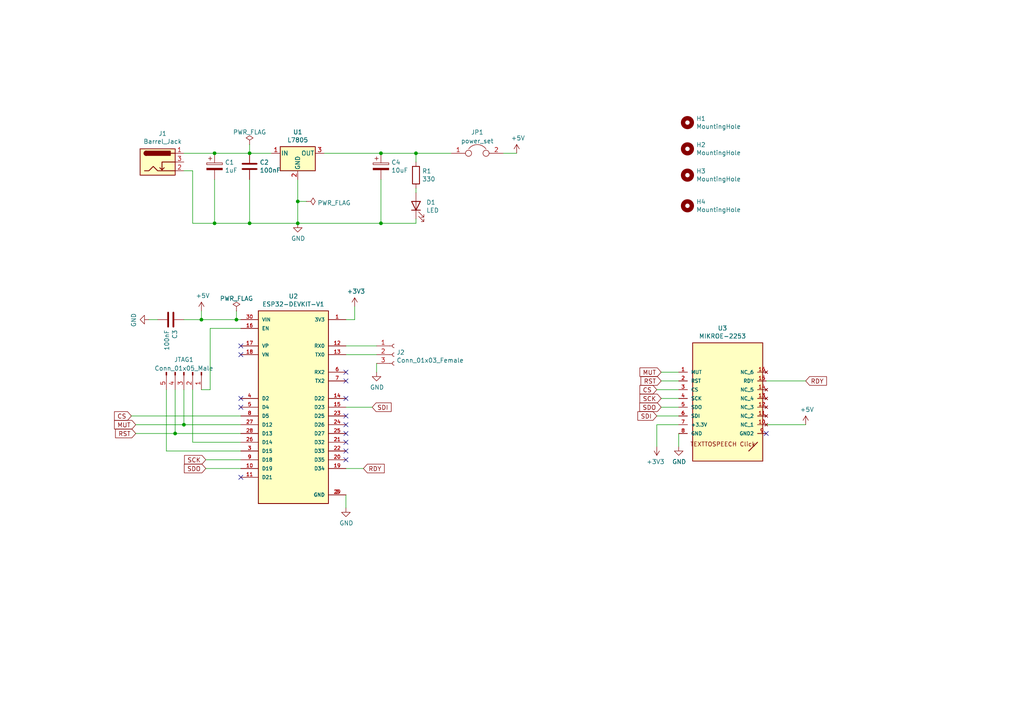
<source format=kicad_sch>
(kicad_sch (version 20211123) (generator eeschema)
  (paper "A4")
  (title_block (title "${project_name}") (date "2022-10-13") (rev "1"))
  (lib_symbols
    (symbol "Connector:Barrel_Jack_Switch" (pin_names hide)
      (property "Reference" "J" (at 0 5.334 0))
      (property "Value" "Barrel_Jack_Switch" (at 0 -5.08 0))
      (symbol "Barrel_Jack_Switch_0_1"
        (rectangle (start -5.08 3.81) (end 5.08 -3.81) (stroke (width 0.254)) (fill (type background)))
        (arc (start -3.302 3.175) (mid -3.937 2.54) (end -3.302 1.905) (stroke (width 0.254)))
        (arc (start -3.302 3.175) (mid -3.937 2.54) (end -3.302 1.905) (stroke (width 0.254)) (fill (type outline)))
        (polyline (pts (xy 1.27 -2.286) (xy 1.905 -1.651)) (stroke (width 0.254)))
        (polyline (pts (xy 5.08 2.54) (xy 3.81 2.54)) (stroke (width 0.254)))
        (polyline (pts (xy 5.08 0) (xy 1.27 0) (xy 1.27 -2.286) (xy 0.635 -1.651)) (stroke (width 0.254)))
        (polyline (pts (xy -3.81 -2.54) (xy -2.54 -2.54) (xy -1.27 -1.27) (xy 0 -2.54) (xy 2.54 -2.54) (xy 5.08 -2.54)) (stroke (width 0.254)))
        (rectangle (start 3.683 3.175) (end -3.302 1.905) (stroke (width 0.254)) (fill (type outline)))
      )
      (symbol "Barrel_Jack_Switch_1_1"
        (pin passive line (at 7.62 2.54 180) (length 2.54) (name "~") (number "1"))
        (pin passive line (at 7.62 -2.54 180) (length 2.54) (name "~") (number "2"))
        (pin passive line (at 7.62 0 180) (length 2.54) (name "~") (number "3"))
      )
    )
    (symbol "Connector:Conn_01x03_Female" (pin_names (offset 1.016) hide)
      (property "Reference" "J" (at 0 5.08 0))
      (property "Value" "Conn_01x03_Female" (at 0 -5.08 0))
      (symbol "Conn_01x03_Female_1_1"
        (arc (start 0 -2.032) (mid -0.508 -2.54) (end 0 -3.048) (stroke (width 0.1524)))
        (polyline (pts (xy -1.27 -2.54) (xy -0.508 -2.54)) (stroke (width 0.1524)))
        (polyline (pts (xy -1.27 0) (xy -0.508 0)) (stroke (width 0.1524)))
        (polyline (pts (xy -1.27 2.54) (xy -0.508 2.54)) (stroke (width 0.1524)))
        (arc (start 0 0.508) (mid -0.508 0) (end 0 -0.508) (stroke (width 0.1524)))
        (arc (start 0 3.048) (mid -0.508 2.54) (end 0 2.032) (stroke (width 0.1524)))
        (pin passive line (at -5.08 2.54 0) (length 3.81) (name "Pin_1") (number "1"))
        (pin passive line (at -5.08 0 0) (length 3.81) (name "Pin_2") (number "2"))
        (pin passive line (at -5.08 -2.54 0) (length 3.81) (name "Pin_3") (number "3"))
      )
    )
    (symbol "Connector:Conn_01x05_Male" (pin_names (offset 1.016) hide)
      (property "Reference" "J" (at 0 7.62 0))
      (property "Value" "Conn_01x05_Male" (at 0 -7.62 0))
      (symbol "Conn_01x05_Male_1_1"
        (polyline (pts (xy 1.27 -5.08) (xy 0.8636 -5.08)) (stroke (width 0.1524)))
        (polyline (pts (xy 1.27 -2.54) (xy 0.8636 -2.54)) (stroke (width 0.1524)))
        (polyline (pts (xy 1.27 0) (xy 0.8636 0)) (stroke (width 0.1524)))
        (polyline (pts (xy 1.27 2.54) (xy 0.8636 2.54)) (stroke (width 0.1524)))
        (polyline (pts (xy 1.27 5.08) (xy 0.8636 5.08)) (stroke (width 0.1524)))
        (rectangle (start 0.8636 -4.953) (end 0 -5.207) (stroke (width 0.1524)) (fill (type outline)))
        (rectangle (start 0.8636 -2.413) (end 0 -2.667) (stroke (width 0.1524)) (fill (type outline)))
        (rectangle (start 0.8636 0.127) (end 0 -0.127) (stroke (width 0.1524)) (fill (type outline)))
        (rectangle (start 0.8636 2.667) (end 0 2.413) (stroke (width 0.1524)) (fill (type outline)))
        (rectangle (start 0.8636 5.207) (end 0 4.953) (stroke (width 0.1524)) (fill (type outline)))
        (pin passive line (at 5.08 5.08 180) (length 3.81) (name "Pin_1") (number "1"))
        (pin passive line (at 5.08 2.54 180) (length 3.81) (name "Pin_2") (number "2"))
        (pin passive line (at 5.08 0 180) (length 3.81) (name "Pin_3") (number "3"))
        (pin passive line (at 5.08 -2.54 180) (length 3.81) (name "Pin_4") (number "4"))
        (pin passive line (at 5.08 -5.08 180) (length 3.81) (name "Pin_5") (number "5"))
      )
    )
    (symbol "Device:C" (pin_numbers hide) (pin_names (offset 0.254))
      (property "Reference" "C" (at 0.635 2.54 0))
      (property "Value" "C" (at 0.635 -2.54 0))
      (symbol "C_0_1"
        (polyline (pts (xy -2.032 -0.762) (xy 2.032 -0.762)) (stroke (width 0.508)))
        (polyline (pts (xy -2.032 0.762) (xy 2.032 0.762)) (stroke (width 0.508)))
      )
      (symbol "C_1_1"
        (pin passive line (at 0 3.81 270) (length 2.794) (name "~") (number "1"))
        (pin passive line (at 0 -3.81 90) (length 2.794) (name "~") (number "2"))
      )
    )
    (symbol "Device:LED" (pin_numbers hide) (pin_names (offset 1.016) hide)
      (property "Reference" "D" (at 0 2.54 0))
      (property "Value" "LED" (at 0 -2.54 0))
      (symbol "LED_0_1"
        (polyline (pts (xy -1.27 -1.27) (xy -1.27 1.27)) (stroke (width 0.254)))
        (polyline (pts (xy -1.27 0) (xy 1.27 0)))
        (polyline (pts (xy 1.27 -1.27) (xy 1.27 1.27) (xy -1.27 0) (xy 1.27 -1.27)) (stroke (width 0.254)))
        (polyline (pts (xy -3.048 -0.762) (xy -4.572 -2.286) (xy -3.81 -2.286) (xy -4.572 -2.286) (xy -4.572 -1.524)))
        (polyline (pts (xy -1.778 -0.762) (xy -3.302 -2.286) (xy -2.54 -2.286) (xy -3.302 -2.286) (xy -3.302 -1.524)))
      )
      (symbol "LED_1_1"
        (pin passive line (at -3.81 0 0) (length 2.54) (name "K") (number "1"))
        (pin passive line (at 3.81 0 180) (length 2.54) (name "A") (number "2"))
      )
    )
    (symbol "Device:R" (pin_numbers hide) (pin_names (offset 0))
      (property "Reference" "R" (at 2.032 0 90))
      (property "Value" "R" (at 0 0 90))
      (symbol "R_0_1"
        (rectangle (start -1.016 -2.54) (end 1.016 2.54) (stroke (width 0.254)))
      )
      (symbol "R_1_1"
        (pin passive line (at 0 3.81 270) (length 1.27) (name "~") (number "1"))
        (pin passive line (at 0 -3.81 90) (length 1.27) (name "~") (number "2"))
      )
    )
    (symbol "Mechanical:MountingHole" (pin_names (offset 1.016))
      (property "Reference" "H" (at 0 5.08 0))
      (property "Value" "MountingHole" (at 0 3.175 0))
      (symbol "MountingHole_0_1"
        (circle (center 0 0) (radius 1.27) (stroke (width 1.27)))
      )
    )
    (symbol "Regulator_Linear:L7805" (pin_names (offset 0.254))
      (property "Reference" "U" (at -3.81 3.175 0))
      (property "Value" "L7805" (at 0 3.175 0))
      (symbol "L7805_0_1"
        (rectangle (start -5.08 1.905) (end 5.08 -5.08) (stroke (width 0.254)) (fill (type background)))
      )
      (symbol "L7805_1_1"
        (pin power_in line (at -7.62 0 0) (length 2.54) (name "IN") (number "1"))
        (pin power_in line (at 0 -7.62 90) (length 2.54) (name "GND") (number "2"))
        (pin power_out line (at 7.62 0 180) (length 2.54) (name "OUT") (number "3"))
      )
    )
    (symbol "dectalk-rescue:+3.3V-power" (power) (pin_names (offset 0))
      (property "Value" "+3.3V-power" (at 0 3.556 0))
      (symbol "+3.3V-power_0_1"
        (polyline (pts (xy -0.762 1.27) (xy 0 2.54)))
        (polyline (pts (xy 0 0) (xy 0 2.54)))
        (polyline (pts (xy 0 2.54) (xy 0.762 1.27)))
      )
      (symbol "+3.3V-power_1_1"
        (pin power_in line (at 0 0 90) (length 0) hide (name "+3V3") (number "1"))
      )
    )
    (symbol "dectalk-rescue:CP-Device" (pin_numbers hide) (pin_names (offset 0.254))
      (property "Reference" "C" (at 0.635 2.54 0))
      (property "Value" "CP-Device" (at 0.635 -2.54 0))
      (symbol "CP-Device_0_1"
        (rectangle (start -2.286 0.508) (end 2.286 1.016))
        (polyline (pts (xy -1.778 2.286) (xy -0.762 2.286)))
        (polyline (pts (xy -1.27 2.794) (xy -1.27 1.778)))
        (rectangle (start 2.286 -0.508) (end -2.286 -1.016) (fill (type outline)))
      )
      (symbol "CP-Device_1_1"
        (pin passive line (at 0 3.81 270) (length 2.794) (name "~") (number "1"))
        (pin passive line (at 0 -3.81 90) (length 2.794) (name "~") (number "2"))
      )
    )
    (symbol "dectalk-rescue:ESP32-DEVKIT-V1-ESP32-DEVKIT-V1" (pin_names (offset 1.016))
      (property "Reference" "U" (at -10.16 30.48 0))
      (property "Value" "ESP32-DEVKIT-V1-ESP32-DEVKIT-V1" (at -10.16 -30.48 0))
      (symbol "ESP32-DEVKIT-V1-ESP32-DEVKIT-V1_0_0"
        (rectangle (start -10.16 -27.94) (end 10.16 27.94) (stroke (width 0.254)) (fill (type background)))
        (pin output line (at 15.24 25.4 180) (length 5.08) (name "3V3") (number "1"))
        (pin bidirectional line (at -15.24 -17.78 0) (length 5.08) (name "D19") (number "10"))
        (pin bidirectional line (at -15.24 -20.32 0) (length 5.08) (name "D21") (number "11"))
        (pin input line (at 15.24 17.78 180) (length 5.08) (name "RX0") (number "12"))
        (pin output line (at 15.24 15.24 180) (length 5.08) (name "TX0") (number "13"))
        (pin bidirectional line (at 15.24 2.54 180) (length 5.08) (name "D22") (number "14"))
        (pin bidirectional line (at 15.24 0 180) (length 5.08) (name "D23") (number "15"))
        (pin input line (at -15.24 22.86 0) (length 5.08) (name "EN") (number "16"))
        (pin bidirectional line (at -15.24 17.78 0) (length 5.08) (name "VP") (number "17"))
        (pin bidirectional line (at -15.24 15.24 0) (length 5.08) (name "VN") (number "18"))
        (pin bidirectional line (at 15.24 -17.78 180) (length 5.08) (name "D34") (number "19"))
        (pin power_in line (at 15.24 -25.4 180) (length 5.08) (name "GND") (number "2"))
        (pin bidirectional line (at 15.24 -15.24 180) (length 5.08) (name "D35") (number "20"))
        (pin bidirectional line (at 15.24 -10.16 180) (length 5.08) (name "D32") (number "21"))
        (pin bidirectional line (at 15.24 -12.7 180) (length 5.08) (name "D33") (number "22"))
        (pin bidirectional line (at 15.24 -2.54 180) (length 5.08) (name "D25") (number "23"))
        (pin bidirectional line (at 15.24 -5.08 180) (length 5.08) (name "D26") (number "24"))
        (pin bidirectional line (at 15.24 -7.62 180) (length 5.08) (name "D27") (number "25"))
        (pin bidirectional line (at -15.24 -10.16 0) (length 5.08) (name "D14") (number "26"))
        (pin bidirectional line (at -15.24 -5.08 0) (length 5.08) (name "D12") (number "27"))
        (pin bidirectional line (at -15.24 -7.62 0) (length 5.08) (name "D13") (number "28"))
        (pin power_in line (at 15.24 -25.4 180) (length 5.08) (name "GND") (number "29"))
        (pin bidirectional line (at -15.24 -12.7 0) (length 5.08) (name "D15") (number "3"))
        (pin input line (at -15.24 25.4 0) (length 5.08) (name "VIN") (number "30"))
        (pin bidirectional line (at -15.24 2.54 0) (length 5.08) (name "D2") (number "4"))
        (pin bidirectional line (at -15.24 0 0) (length 5.08) (name "D4") (number "5"))
        (pin input line (at 15.24 10.16 180) (length 5.08) (name "RX2") (number "6"))
        (pin output line (at 15.24 7.62 180) (length 5.08) (name "TX2") (number "7"))
        (pin bidirectional line (at -15.24 -2.54 0) (length 5.08) (name "D5") (number "8"))
        (pin bidirectional line (at -15.24 -15.24 0) (length 5.08) (name "D18") (number "9"))
      )
    )
    (symbol "dectalk-rescue:Jumper-Device" (pin_names (offset 0.762) hide)
      (property "Reference" "JP" (at 0 3.81 0))
      (property "Value" "Jumper-Device" (at 0 -2.032 0))
      (symbol "Jumper-Device_0_1"
        (circle (center -2.54 0) (radius 0.889))
        (arc (start 2.5146 1.27) (mid 0.0078 2.5097) (end -2.4892 1.27))
        (circle (center 2.54 0) (radius 0.889))
        (pin passive line (at -7.62 0 0) (length 4.191) (name "1") (number "1"))
        (pin passive line (at 7.62 0 180) (length 4.191) (name "2") (number "2"))
      )
    )
    (symbol "dectalk-rescue:MIKROE-2253-MIKROE-2253" (pin_names (offset 1.016))
      (property "Reference" "U" (at -10.16 22.86 0))
      (property "Value" "MIKROE-2253-MIKROE-2253" (at 2.54 22.86 0))
      (symbol "MIKROE-2253-MIKROE-2253_0_0"
        (rectangle (start -8.636 -15.621) (end 11.684 18.669) (stroke (width 0.254)) (fill (type background)))
        (polyline (pts (xy 7.62 -12.7) (xy 10.16 -10.16)) (stroke (width 0.254)))
        (text "TEXTTOSPEECH Click" (at -9.398 -11.43 0) (effects (font (size 1.2192 1.2192)) (justify left bottom)))
        (pin input line (at -12.7 10.16 0) (length 2.54) (name "MUT") (number "1"))
        (pin no_connect line (at 12.7 -5.08 180) (length 2.54) (name "NC_1") (number "10"))
        (pin no_connect line (at 12.7 -2.54 180) (length 2.54) (name "NC_2") (number "11"))
        (pin no_connect line (at 12.7 0 180) (length 2.54) (name "NC_3") (number "12"))
        (pin no_connect line (at 12.7 2.54 180) (length 2.54) (name "NC_4") (number "13"))
        (pin no_connect line (at 12.7 5.08 180) (length 2.54) (name "NC_5") (number "14"))
        (pin output line (at 12.7 7.62 180) (length 2.54) (name "RDY") (number "15"))
        (pin no_connect line (at 12.7 10.16 180) (length 2.54) (name "NC_6") (number "16"))
        (pin bidirectional line (at -12.7 7.62 0) (length 2.54) (name "RST") (number "2"))
        (pin bidirectional line (at -12.7 5.08 0) (length 2.54) (name "CS") (number "3"))
        (pin input line (at -12.7 2.54 0) (length 2.54) (name "SCK") (number "4"))
        (pin output line (at -12.7 0 0) (length 2.54) (name "SDO") (number "5"))
        (pin input line (at -12.7 -2.54 0) (length 2.54) (name "SDI") (number "6"))
        (pin power_in line (at -12.7 -5.08 0) (length 2.54) (name "+3.3V") (number "7"))
        (pin power_in line (at -12.7 -7.62 0) (length 2.54) (name "GND") (number "8"))
        (pin power_in line (at 12.7 -7.62 180) (length 2.54) (name "GND2") (number "9"))
      )
    )
    (symbol "power:+5V" (power) (pin_names (offset 0))
      (property "Value" "+5V" (at 0 3.556 0))
      (symbol "+5V_0_1"
        (polyline (pts (xy -0.762 1.27) (xy 0 2.54)))
        (polyline (pts (xy 0 0) (xy 0 2.54)))
        (polyline (pts (xy 0 2.54) (xy 0.762 1.27)))
      )
      (symbol "+5V_1_1"
        (pin power_in line (at 0 0 90) (length 0) hide (name "+5V") (number "1"))
      )
    )
    (symbol "power:GND" (power) (pin_names (offset 0))
      (property "Value" "GND" (at 0 -3.81 0))
      (symbol "GND_0_1"
        (polyline (pts (xy 0 0) (xy 0 -1.27) (xy 1.27 -1.27) (xy 0 -2.54) (xy -1.27 -1.27) (xy 0 -1.27)))
      )
      (symbol "GND_1_1"
        (pin power_in line (at 0 0 270) (length 0) hide (name "GND") (number "1"))
      )
    )
    (symbol "power:PWR_FLAG" (power) (pin_numbers hide) (pin_names (offset 0) hide)
      (property "Value" "PWR_FLAG" (at 0 3.81 0))
      (symbol "PWR_FLAG_0_0"
        (pin power_out line (at 0 0 90) (length 0) (name "pwr") (number "1"))
      )
      (symbol "PWR_FLAG_0_1"
        (polyline (pts (xy 0 0) (xy 0 1.27) (xy -1.016 1.905) (xy 0 2.54) (xy 1.016 1.905) (xy 0 1.27)))
      )
    )
  )
  (junction (at 72.39 64.77))
  (junction (at 62.23 44.45))
  (junction (at 110.49 44.45))
  (junction (at 58.42 92.71))
  (junction (at 86.36 64.77))
  (junction (at 72.39 44.45))
  (junction (at 120.65 44.45))
  (junction (at 86.36 58.42))
  (junction (at 68.58 92.71))
  (junction (at 53.34 123.19))
  (junction (at 50.8 125.73))
  (junction (at 62.23 64.77))
  (junction (at 110.49 64.77))
  (no_connect (at 100.33 115.57))
  (no_connect (at 69.85 100.33))
  (no_connect (at 69.85 138.43))
  (no_connect (at 100.33 130.81))
  (no_connect (at 69.85 118.11))
  (no_connect (at 69.85 115.57))
  (no_connect (at 69.85 102.87))
  (no_connect (at 100.33 107.95))
  (no_connect (at 100.33 123.19))
  (no_connect (at 100.33 128.27))
  (no_connect (at 100.33 133.35))
  (no_connect (at 100.33 110.49))
  (no_connect (at 100.33 125.73))
  (no_connect (at 222.25 125.73))
  (no_connect (at 100.33 120.65))
  (wire (pts (xy 196.85 125.73) (xy 196.85 129.54)))
  (wire (pts (xy 62.23 64.77) (xy 55.88 64.77)))
  (wire (pts (xy 100.33 118.11) (xy 107.95 118.11)))
  (wire (pts (xy 190.5 123.19) (xy 196.85 123.19)))
  (wire (pts (xy 120.65 44.45) (xy 130.81 44.45)))
  (wire (pts (xy 100.33 100.33) (xy 109.22 100.33)))
  (wire (pts (xy 190.5 123.19) (xy 190.5 129.54)))
  (wire (pts (xy 53.34 49.53) (xy 55.88 49.53)))
  (wire (pts (xy 39.37 123.19) (xy 53.34 123.19)))
  (wire (pts (xy 110.49 52.07) (xy 110.49 64.77)))
  (wire (pts (xy 72.39 41.91) (xy 72.39 44.45)))
  (wire (pts (xy 120.65 63.5) (xy 120.65 64.77)))
  (wire (pts (xy 72.39 52.07) (xy 72.39 64.77)))
  (wire (pts (xy 48.26 130.81) (xy 69.85 130.81)))
  (wire (pts (xy 53.34 113.03) (xy 53.34 123.19)))
  (wire (pts (xy 72.39 44.45) (xy 78.74 44.45)))
  (wire (pts (xy 55.88 128.27) (xy 69.85 128.27)))
  (wire (pts (xy 53.34 44.45) (xy 62.23 44.45)))
  (wire (pts (xy 59.69 135.89) (xy 69.85 135.89)))
  (wire (pts (xy 50.8 125.73) (xy 69.85 125.73)))
  (wire (pts (xy 190.5 120.65) (xy 196.85 120.65)))
  (wire (pts (xy 60.96 113.03) (xy 58.42 113.03)))
  (wire (pts (xy 100.33 92.71) (xy 102.87 92.71)))
  (wire (pts (xy 100.33 143.51) (xy 100.33 147.32)))
  (wire (pts (xy 55.88 64.77) (xy 55.88 49.53)))
  (wire (pts (xy 110.49 44.45) (xy 120.65 44.45)))
  (wire (pts (xy 86.36 64.77) (xy 72.39 64.77)))
  (wire (pts (xy 58.42 90.17) (xy 58.42 92.71)))
  (wire (pts (xy 196.85 118.11) (xy 191.77 118.11)))
  (wire (pts (xy 191.77 115.57) (xy 196.85 115.57)))
  (wire (pts (xy 53.34 92.71) (xy 58.42 92.71)))
  (wire (pts (xy 100.33 102.87) (xy 109.22 102.87)))
  (wire (pts (xy 86.36 58.42) (xy 86.36 64.77)))
  (wire (pts (xy 86.36 64.77) (xy 110.49 64.77)))
  (wire (pts (xy 190.5 113.03) (xy 196.85 113.03)))
  (wire (pts (xy 62.23 44.45) (xy 72.39 44.45)))
  (wire (pts (xy 50.8 113.03) (xy 50.8 125.73)))
  (wire (pts (xy 191.77 110.49) (xy 196.85 110.49)))
  (wire (pts (xy 146.05 44.45) (xy 149.86 44.45)))
  (wire (pts (xy 60.96 95.25) (xy 60.96 113.03)))
  (wire (pts (xy 38.1 120.65) (xy 69.85 120.65)))
  (wire (pts (xy 86.36 52.07) (xy 86.36 58.42)))
  (wire (pts (xy 120.65 44.45) (xy 120.65 46.99)))
  (wire (pts (xy 55.88 113.03) (xy 55.88 128.27)))
  (wire (pts (xy 72.39 64.77) (xy 62.23 64.77)))
  (wire (pts (xy 102.87 88.9) (xy 102.87 92.71)))
  (wire (pts (xy 120.65 64.77) (xy 110.49 64.77)))
  (wire (pts (xy 69.85 92.71) (xy 68.58 92.71)))
  (wire (pts (xy 48.26 113.03) (xy 48.26 130.81)))
  (wire (pts (xy 62.23 52.07) (xy 62.23 64.77)))
  (wire (pts (xy 45.72 92.71) (xy 43.18 92.71)))
  (wire (pts (xy 68.58 90.17) (xy 68.58 92.71)))
  (wire (pts (xy 58.42 92.71) (xy 68.58 92.71)))
  (wire (pts (xy 120.65 54.61) (xy 120.65 55.88)))
  (wire (pts (xy 69.85 95.25) (xy 60.96 95.25)))
  (wire (pts (xy 191.77 107.95) (xy 196.85 107.95)))
  (wire (pts (xy 39.37 125.73) (xy 50.8 125.73)))
  (wire (pts (xy 100.33 135.89) (xy 105.41 135.89)))
  (wire (pts (xy 59.69 133.35) (xy 69.85 133.35)))
  (wire (pts (xy 222.25 110.49) (xy 233.68 110.49)))
  (wire (pts (xy 222.25 123.19) (xy 233.68 123.19)))
  (wire (pts (xy 109.22 105.41) (xy 109.22 107.95)))
  (wire (pts (xy 93.98 44.45) (xy 110.49 44.45)))
  (wire (pts (xy 86.36 58.42) (xy 88.9 58.42)))
  (wire (pts (xy 53.34 123.19) (xy 69.85 123.19)))
  (global_label "SDO" (shape input) (at 191.77 118.11 180) (property "Intersheet References" "${INTERSHEET_REFS}" (effects hide)))
  (global_label "RST" (shape input) (at 39.37 125.73 180) (property "Intersheet References" "${INTERSHEET_REFS}" (effects hide)))
  (global_label "CS" (shape input) (at 190.5 113.03 180) (property "Intersheet References" "${INTERSHEET_REFS}" (effects hide)))
  (global_label "SDO" (shape input) (at 59.69 135.89 180) (property "Intersheet References" "${INTERSHEET_REFS}" (effects hide)))
  (global_label "RST" (shape input) (at 191.77 110.49 180) (property "Intersheet References" "${INTERSHEET_REFS}" (effects hide)))
  (global_label "MUT" (shape input) (at 39.37 123.19 180) (property "Intersheet References" "${INTERSHEET_REFS}" (effects hide)))
  (global_label "SCK" (shape input) (at 59.69 133.35 180) (property "Intersheet References" "${INTERSHEET_REFS}" (effects hide)))
  (global_label "SDI" (shape input) (at 107.95 118.11 0) (property "Intersheet References" "${INTERSHEET_REFS}" (effects hide)))
  (global_label "MUT" (shape input) (at 191.77 107.95 180) (property "Intersheet References" "${INTERSHEET_REFS}" (effects hide)))
  (global_label "CS" (shape input) (at 38.1 120.65 180) (property "Intersheet References" "${INTERSHEET_REFS}" (effects hide)))
  (global_label "RDY" (shape input) (at 233.68 110.49 0) (property "Intersheet References" "${INTERSHEET_REFS}" (effects hide)))
  (global_label "SDI" (shape input) (at 190.5 120.65 180) (property "Intersheet References" "${INTERSHEET_REFS}" (effects hide)))
  (global_label "RDY" (shape input) (at 105.41 135.89 0) (property "Intersheet References" "${INTERSHEET_REFS}" (effects hide)))
  (global_label "SCK" (shape input) (at 191.77 115.57 180) (property "Intersheet References" "${INTERSHEET_REFS}" (effects hide)))
  (symbol (lib_id "dectalk-rescue:ESP32-DEVKIT-V1-ESP32-DEVKIT-V1") (at 85.09 118.11 0) (unit 1)
    (property "Reference" "U2" (at 85.09 85.9282 0))
    (property "Value" "ESP32-DEVKIT-V1" (at 85.09 88.2396 0))
    (property "Footprint" "Library:MODULE_ESP32_DEVKIT_V1" (effects hide))
    (property "PARTREV" "N/A" (effects hide))
    (property "MAXIMUM_PACKAGE_HEIGHT" "6.8 mm" (effects hide))
    (property "STANDARD" "Manufacturer Recommendations" (effects hide))
    (property "MANUFACTURER" "DOIT" (effects hide))
  )
  (symbol (lib_id "dectalk-rescue:MIKROE-2253-MIKROE-2253") (at 209.55 118.11 0) (unit 1)
    (property "Reference" "U3" (at 209.55 95.1992 0))
    (property "Value" "MIKROE-2253" (at 209.55 97.5106 0))
    (property "Footprint" "Library:MIKROE-2253" (effects hide))
  )
  (symbol (lib_id "Mechanical:MountingHole") (at 199.39 35.56 0) (unit 1)
    (property "Reference" "H1" (at 201.93 34.3916 0) (effects (justify left)))
    (property "Value" "MountingHole" (at 201.93 36.703 0) (effects (justify left)))
    (property "Footprint" "MountingHole:MountingHole_3mm" (effects hide))
  )
  (symbol (lib_id "Mechanical:MountingHole") (at 199.39 43.18 0) (unit 1)
    (property "Reference" "H2" (at 201.93 42.0116 0) (effects (justify left)))
    (property "Value" "MountingHole" (at 201.93 44.323 0) (effects (justify left)))
    (property "Footprint" "MountingHole:MountingHole_3mm" (effects hide))
  )
  (symbol (lib_id "Mechanical:MountingHole") (at 199.39 50.8 0) (unit 1)
    (property "Reference" "H3" (at 201.93 49.6316 0) (effects (justify left)))
    (property "Value" "MountingHole" (at 201.93 51.943 0) (effects (justify left)))
    (property "Footprint" "MountingHole:MountingHole_3mm" (effects hide))
  )
  (symbol (lib_id "Mechanical:MountingHole") (at 199.39 59.69 0) (unit 1)
    (property "Reference" "H4" (at 201.93 58.5216 0) (effects (justify left)))
    (property "Value" "MountingHole" (at 201.93 60.833 0) (effects (justify left)))
    (property "Footprint" "MountingHole:MountingHole_3mm" (effects hide))
  )
  (symbol (lib_id "dectalk-rescue:CP-Device") (at 62.23 48.26 0) (unit 1)
    (property "Reference" "C1" (at 65.2272 47.0916 0) (effects (justify left)))
    (property "Value" "1uF" (at 65.2272 49.403 0) (effects (justify left)))
    (property "Footprint" "Capacitor_THT:CP_Radial_D8.0mm_P3.50mm" (effects hide))
  )
  (symbol (lib_id "Connector:Barrel_Jack_Switch") (at 45.72 46.99 0) (unit 1)
    (property "Reference" "J1" (at 47.1678 38.735 0))
    (property "Value" "Barrel_Jack" (at 47.1678 41.0464 0))
    (property "Footprint" "Connector_BarrelJack:BarrelJack_Horizontal" (effects hide))
  )
  (symbol (lib_id "Regulator_Linear:L7805") (at 86.36 44.45 0) (unit 1)
    (property "Reference" "U1" (at 86.36 38.3032 0))
    (property "Value" "L7805" (at 86.36 40.6146 0))
    (property "Footprint" "Package_TO_SOT_THT:TO-220F-3_Vertical" (effects hide))
    (property "Datasheet" "http://www.st.com/content/ccc/resource/technical/document/datasheet/41/4f/b3/b0/12/d4/47/88/CD00000444.pdf/files/CD00000444.pdf/jcr:content/translations/en.CD00000444.pdf" (effects hide))
  )
  (symbol (lib_id "Device:LED") (at 120.65 59.69 90) (unit 1)
    (property "Reference" "D1" (at 123.6472 58.6994 90) (effects (justify right)))
    (property "Value" "LED" (at 123.6472 61.0108 90) (effects (justify right)))
    (property "Footprint" "LED_THT:LED_D5.0mm_IRGrey" (effects hide))
  )
  (symbol (lib_id "Device:R") (at 120.65 50.8 0) (unit 1)
    (property "Reference" "R1" (at 122.428 49.6316 0) (effects (justify left)))
    (property "Value" "330" (at 122.428 51.943 0) (effects (justify left)))
    (property "Footprint" "Resistor_THT:R_Axial_DIN0207_L6.3mm_D2.5mm_P7.62mm_Horizontal" (effects hide))
  )
  (symbol (lib_id "dectalk-rescue:CP-Device") (at 110.49 48.26 0) (unit 1)
    (property "Reference" "C4" (at 113.4872 47.0916 0) (effects (justify left)))
    (property "Value" "10uF" (at 113.4872 49.403 0) (effects (justify left)))
    (property "Footprint" "Capacitor_THT:CP_Radial_D8.0mm_P5.00mm" (effects hide))
  )
  (symbol (lib_id "Device:C") (at 72.39 48.26 0) (unit 1)
    (property "Reference" "C2" (at 75.311 47.0916 0) (effects (justify left)))
    (property "Value" "100nF" (at 75.311 49.403 0) (effects (justify left)))
    (property "Footprint" "Capacitor_THT:C_Disc_D5.0mm_W2.5mm_P2.50mm" (effects hide))
  )
  (symbol (lib_id "power:GND") (at 86.36 64.77 0) (unit 1)
    (property "Reference" "#PWR0101" (effects hide))
    (property "Value" "GND" (at 86.487 69.1642 0))
  )
  (symbol (lib_id "power:+5V") (at 149.86 44.45 0) (unit 1)
    (property "Reference" "#PWR0102" (effects hide))
    (property "Value" "+5V" (at 150.241 40.0558 0))
  )
  (symbol (lib_id "power:+5V") (at 233.68 123.19 0) (unit 1)
    (property "Reference" "#PWR0103" (effects hide))
    (property "Value" "+5V" (at 234.061 118.7958 0))
  )
  (symbol (lib_id "power:GND") (at 100.33 147.32 0) (unit 1)
    (property "Reference" "#PWR0104" (effects hide))
    (property "Value" "GND" (at 100.457 151.7142 0))
  )
  (symbol (lib_id "power:GND") (at 196.85 129.54 0) (unit 1)
    (property "Reference" "#PWR0105" (effects hide))
    (property "Value" "GND" (at 196.977 133.9342 0))
  )
  (symbol (lib_id "dectalk-rescue:+3.3V-power") (at 190.5 129.54 180) (unit 1)
    (property "Reference" "#PWR0106" (effects hide))
    (property "Value" "+3.3V" (at 190.119 133.9342 0))
  )
  (symbol (lib_id "dectalk-rescue:+3.3V-power") (at 102.87 88.9 0) (unit 1)
    (property "Reference" "#PWR0107" (effects hide))
    (property "Value" "+3.3V" (at 103.251 84.5058 0))
  )
  (symbol (lib_id "power:+5V") (at 58.42 90.17 0) (unit 1)
    (property "Reference" "#PWR0108" (effects hide))
    (property "Value" "+5V" (at 58.801 85.7758 0))
  )
  (symbol (lib_id "Connector:Conn_01x03_Female") (at 114.3 102.87 0) (unit 1)
    (property "Reference" "J2" (at 115.0112 102.2096 0) (effects (justify left)))
    (property "Value" "Conn_01x03_Female" (at 115.0112 104.521 0) (effects (justify left)))
    (property "Footprint" "Connector_PinHeader_2.54mm:PinHeader_1x03_P2.54mm_Vertical" (effects hide))
  )
  (symbol (lib_id "power:GND") (at 109.22 107.95 0) (unit 1)
    (property "Reference" "#PWR0109" (effects hide))
    (property "Value" "GND" (at 109.347 112.3442 0))
  )
  (symbol (lib_id "power:PWR_FLAG") (at 68.58 90.17 0) (unit 1)
    (property "Reference" "#FLG0104" (effects hide))
    (property "Value" "PWR_FLAG" (at 68.58 86.5942 0))
  )
  (symbol (lib_id "dectalk-rescue:Jumper-Device") (at 138.43 44.45 0) (unit 1)
    (property "Reference" "JP1" (at 138.43 38.3675 0))
    (property "Value" "power_set" (at 138.43 40.9044 0))
    (property "Footprint" "TestPoint:TestPoint_2Pads_Pitch2.54mm_Drill0.8mm" (effects hide))
  )
  (symbol (lib_id "Connector:Conn_01x05_Male") (at 53.34 107.95 270) (unit 1)
    (property "Reference" "JTAG1" (at 53.34 104.301 90))
    (property "Value" "Conn_01x05_Male" (at 53.34 106.8379 90))
    (property "Footprint" "Connector_PinHeader_2.54mm:PinHeader_1x05_P2.54mm_Vertical" (effects hide))
  )
  (symbol (lib_id "Device:C") (at 49.53 92.71 270) (unit 1)
    (property "Reference" "C3" (at 50.6984 95.631 0) (effects (justify left)))
    (property "Value" "100nF" (at 48.387 95.631 0) (effects (justify left)))
    (property "Footprint" "Capacitor_THT:C_Disc_D5.1mm_W3.2mm_P5.00mm" (effects hide))
  )
  (symbol (lib_id "power:GND") (at 43.18 92.71 270) (unit 1)
    (property "Reference" "#PWR0110" (effects hide))
    (property "Value" "GND" (at 38.7858 92.837 0))
  )
  (symbol (lib_id "power:PWR_FLAG") (at 88.9 58.42 270) (unit 1)
    (property "Reference" "#FLG0105" (effects hide))
    (property "Value" "PWR_FLAG" (at 92.075 58.8538 90) (effects (justify left)))
  )
  (symbol (lib_id "power:PWR_FLAG") (at 72.39 41.91 0) (unit 1)
    (property "Reference" "#FLG0102" (effects hide))
    (property "Value" "PWR_FLAG" (at 72.39 38.3342 0))
  )
)
</source>
